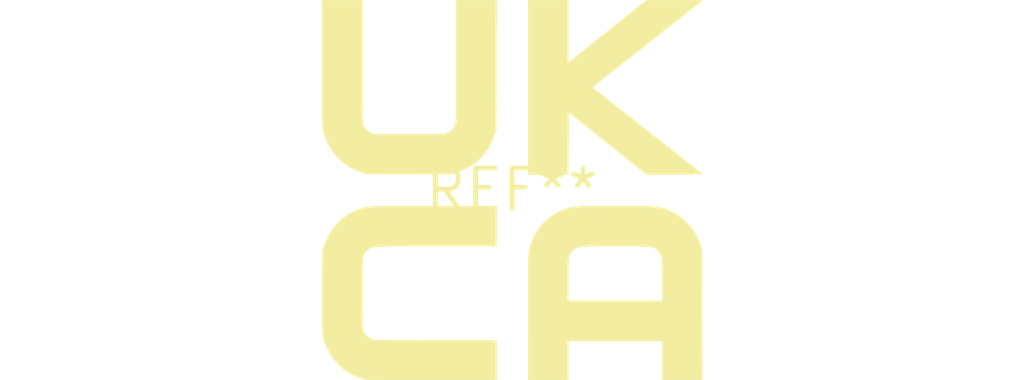
<source format=kicad_pcb>
(kicad_pcb (version 20240108) (generator pcbnew)
  (layers (0 "F.Cu" signal) (31 "B.Cu" signal) (34 "B.Paste" user) (35 "F.Paste" user) (36 "B.SilkS" user "B.Silkscreen") (37 "F.SilkS" user "F.Silkscreen") (38 "B.Mask" user) (39 "F.Mask" user) (44 "Edge.Cuts" user))
  (net 0 "")
  (footprint "UKCA-Logo_12x12mm_SilkScreen" (layer "F.Cu") (at 0 0)
    (property "Reference" "REF**")
    (property "Value" "UKCA-Logo_12x12mm_SilkScreen")
    (fp_poly (pts (xy 1.778 -4.021407) (xy 3.008226 -5.005787) (xy 4.238452 -5.990166) (xy 5.126142 -5.990166) (xy 5.314916 -5.989801) (xy 5.489527 -5.988757) (xy 5.645663 -5.987112) (xy 5.779012 -5.984945) (xy 5.885264 -5.982333) (xy 5.960107 -5.979355) (xy 5.999228 -5.976089) (xy 6.003998 -5.974255) (xy 5.986333 -5.959269) (xy 5.937555 -5.919913) (xy 5.859871 -5.857932) (xy 5.755491 -5.775068) (xy 5.626621 -5.673064) (xy 5.47547 -5.553663) (xy 5.304245 -5.418608) (xy 5.115155 -5.269643) (xy 4.910408 -5.108509) (xy 4.692211 -4.93695) (xy 4.462772 -4.75671) (xy 4.267865 -4.603714) (xy 4.03109 -4.417813) (xy 3.803922 -4.239251) (xy 3.588551 -4.069763) (xy 3.387168 -3.911081) (xy 3.201965 -3.764939) (xy 3.035132 -3.63307) (xy 2.888859 -3.517206) (xy 2.765339 -3.419081) (xy 2.666762 -3.340429) (xy 2.595319 -3.282982) (xy 2.553201 -3.248474) (xy 2.542082 -3.2385) (xy 2.558457 -3.224263) (xy 2.60597 -3.185677) (xy 2.68242 -3.124479) (xy 2.785604 -3.042408) (xy 2.913322 -2.941202) (xy 3.063373 -2.8226) (xy 3.233556 -2.688341) (xy 3.421668 -2.540164) (xy 3.625508 -2.379805) (xy 3.842876 -2.209006) (xy 4.07157 -2.029502) (xy 4.257334 -1.883833) (xy 4.493892 -1.698322) (xy 4.721216 -1.519885) (xy 4.937067 -1.350288) (xy 5.139207 -1.191297) (xy 5.325397 -1.044678) (xy 5.493399 -0.912199) (xy 5.640974 -0.795624) (xy 5.765885 -0.69672) (xy 5.865893 -0.617253) (xy 5.938758 -0.55899) (xy 5.982244 -0.523696) (xy 5.994292 -0.513291) (xy 5.992227 -0.506611) (xy 5.97171 -0.501089) (xy 5.929633 -0.49663) (xy 5.862888 -0.493138) (xy 5.768364 -0.490519) (xy 5.642955 -0.488678) (xy 5.483551 -0.487519) (xy 5.287044 -0.486946) (xy 5.130217 -0.486844) (xy 4.243917 -0.486855) (xy 3.01625 -1.468974) (xy 1.788584 -2.451092) (xy 1.783083 -1.468963) (xy 1.777582 -0.486833) (xy 0.508 -0.486833) (xy 0.508 -5.990166) (xy 1.778 -5.990166) (xy 1.778 -4.021407)) (layer "F.SilkS") (stroke (width 0.01)) (fill solid))
    (fp_poly (pts (xy -4.720166 -4.052573) (xy -4.720153 -3.722453) (xy -4.720073 -3.431997) (xy -4.719869 -3.178534) (xy -4.719483 -2.959395) (xy -4.718856 -2.771911) (xy -4.71793 -2.61341) (xy -4.716647 -2.481225) (xy -4.714949 -2.372684) (xy -4.712777 -2.285118) (xy -4.710073 -2.215857) (xy -4.70678 -2.162232) (xy -4.702839 -2.121572) (xy -4.698191 -2.091208) (xy -4.692779 -2.06847) (xy -4.686544 -2.050689) (xy -4.679428 -2.035193) (xy -4.676039 -2.028483) (xy -4.594957 -1.91071) (xy -4.485855 -1.823565) (xy -4.434416 -1.796763) (xy -4.41338 -1.788114) (xy -4.388562 -1.780841) (xy -4.356334 -1.774826) (xy -4.313065 -1.769951) (xy -4.255123 -1.766097) (xy -4.17888 -1.763146) (xy -4.080705 -1.76098) (xy -3.956968 -1.759479) (xy -3.804038 -1.758527) (xy -3.618285 -1.758003) (xy -3.396078 -1.75779) (xy -3.2385 -1.757763) (xy -2.982661 -1.757759) (xy -2.765557 -1.758015) (xy -2.583589 -1.758931) (xy -2.433157 -1.760907) (xy -2.310663 -1.764343) (xy -2.212509 -1.769639) (xy -2.135095 -1.777197) (xy -2.074822 -1.787415) (xy -2.028093 -1.800694) (xy -1.991307 -1.817434) (xy -1.960867 -1.838037) (xy -1.933173 -1.8629) (xy -1.904628 -1.892426) (xy -1.890198 -1.907707) (xy -1.8679 -1.930581) (xy -1.848231 -1.951088) (xy -1.831025 -1.971881) (xy -1.816119 -1.995619) (xy -1.803347 -2.024955) (xy -1.792546 -2.062547) (xy -1.783551 -2.111049) (xy -1.776199 -2.173119) (xy -1.770324 -2.251411) (xy -1.765762 -2.348581) (xy -1.762349 -2.467287) (xy -1.759921 -2.610182) (xy -1.758314 -2.779924) (xy -1.757362 -2.979168) (xy -1.756903 -3.210569) (xy -1.75677 -3.476785) (xy -1.756801 -3.78047) (xy -1.756833 -4.06332) (xy -1.756833 -5.990166) (xy -0.485623 -5.990166) (xy -0.49152 -3.942291) (xy -0.497416 -1.894416) (xy -0.56729 -1.693333) (xy -0.678593 -1.432256) (xy -0.82084 -1.200028) (xy -0.993576 -0.997103) (xy -1.196348 -0.823935) (xy -1.4287 -0.680979) (xy -1.690178 -0.568688) (xy -1.693775 -0.56743) (xy -1.894416 -0.497416) (xy -3.185583 -0.493347) (xy -3.464622 -0.492639) (xy -3.704517 -0.492439) (xy -3.908456 -0.492807) (xy -4.079627 -0.4938) (xy -4.221216 -0.495474) (xy -4.336411 -0.497888) (xy -4.4284 -0.501099) (xy -4.500371 -0.505165) (xy -4.555509 -0.510142) (xy -4.597004 -0.516089) (xy -4.611967 -0.519073) (xy -4.870608 -0.596953) (xy -5.110441 -0.710869) (xy -5.328308 -0.857733) (xy -5.52105 -1.034456) (xy -5.68551 -1.237949) (xy -5.818531 -1.465122) (xy -5.916953 -1.712887) (xy -5.948127 -1.826135) (xy -5.95516 -1.856853) (xy -5.961358 -1.888526) (xy -5.966772 -1.923901) (xy -5.971456 -1.965722) (xy -5.975463 -2.016736) (xy -5.978845 -2.079688) (xy -5.981657 -2.157322) (xy -5.983951 -2.252385) (xy -5.98578 -2.367622) (xy -5.987197 -2.505777) (xy -5.988255 -2.669597) (xy -5.989007 -2.861827) (xy -5.989506 -3.085212) (xy -5.989805 -3.342498) (xy -5.989958 -3.636429) (xy -5.990016 -3.969752) (xy -5.990018 -3.995208) (xy -5.990166 -5.990166) (xy -4.720166 -5.990166) (xy -4.720166 -4.052573)) (layer "F.SilkS") (stroke (width 0.01)) (fill solid))
    (fp_poly (pts (xy 3.553878 0.508274) (xy 3.79455 0.508834) (xy 4.000441 0.510212) (xy 4.175328 0.512793) (xy 4.322985 0.51696) (xy 4.447191 0.523097) (xy 4.55172 0.531588) (xy 4.64035 0.542817) (xy 4.716856 0.557168) (xy 4.785014 0.575025) (xy 4.848601 0.596772) (xy 4.911393 0.622792) (xy 4.977166 0.65347) (xy 5.04825 0.68847) (xy 5.281918 0.82765) (xy 5.488216 0.998658) (xy 5.665838 1.199963) (xy 5.813479 1.430034) (xy 5.929831 1.687339) (xy 5.950695 1.74625) (xy 6.00075 1.894417) (xy 6.006644 3.952875) (xy 6.012538 6.011334) (xy 4.741334 6.011334) (xy 4.741334 4.7625) (xy 1.778 4.7625) (xy 1.778 6.011334) (xy 0.508 6.011334) (xy 0.508148 4.016375) (xy 0.508202 3.680126) (xy 0.508346 3.383464) (xy 0.508633 3.123646) (xy 0.509116 2.897924) (xy 0.509432 2.813929) (xy 1.778 2.813929) (xy 1.778 3.4925) (xy 4.741334 3.4925) (xy 4.741334 2.82507) (xy 4.74111 2.625737) (xy 4.739953 2.463854) (xy 4.737138 2.334536) (xy 4.731937 2.232901) (xy 4.723624 2.154064) (xy 4.711471 2.093144) (xy 4.694753 2.045255) (xy 4.672742 2.005515) (xy 4.644712 1.969041) (xy 4.609935 1.930948) (xy 4.607969 1.928874) (xy 4.57782 1.897066) (xy 4.550181 1.870104) (xy 4.521453 1.847588) (xy 4.488038 1.829119) (xy 4.446336 1.814295) (xy 4.39275 1.802716) (xy 4.323679 1.793983) (xy 4.235526 1.787695) (xy 4.124692 1.783451) (xy 3.987577 1.780852) (xy 3.820584 1.779498) (xy 3.620113 1.778988) (xy 3.382565 1.778921) (xy 3.259667 1.77893) (xy 3.003828 1.778926) (xy 2.786724 1.779182) (xy 2.604756 1.780098) (xy 2.454324 1.782074) (xy 2.33183 1.78551) (xy 2.233676 1.790806) (xy 2.156262 1.798364) (xy 2.095989 1.808582) (xy 2.04926 1.821861) (xy 2.012474 1.838601) (xy 1.982034 1.859204) (xy 1.95434 1.884067) (xy 1.925795 1.913593) (xy 1.911365 1.928874) (xy 1.876225 1.96718) (xy 1.847869 2.003619) (xy 1.825568 2.043074) (xy 1.808598 2.090429) (xy 1.79623 2.150568) (xy 1.787739 2.228373) (xy 1.782397 2.328728) (xy 1.779477 2.456517) (xy 1.778254 2.616623) (xy 1.778 2.813929) (xy 0.509432 2.813929) (xy 0.509848 2.703554) (xy 0.510883 2.537791) (xy 0.512272 2.397888) (xy 0.51407 2.281102) (xy 0.516329 2.184685) (xy 0.519102 2.105894) (xy 0.522442 2.041982) (xy 0.526402 1.990205) (xy 0.531036 1.947816) (xy 0.536396 1.912071) (xy 0.542535 1.880224) (xy 0.549507 1.849529) (xy 0.55004 1.847302) (xy 0.63207 1.592449) (xy 0.749727 1.356578) (xy 0.899719 1.142899) (xy 1.078754 0.954623) (xy 1.283537 0.794961) (xy 1.510776 0.667121) (xy 1.757178 0.574315) (xy 1.889565 0.541424) (xy 1.930301 0.53414) (xy 1.978703 0.527963) (xy 2.038321 0.52281) (xy 2.11271 0.518594) (xy 2.205421 0.51523) (xy 2.320007 0.512633) (xy 2.460021 0.510718) (xy 2.629015 0.509399) (xy 2.830541 0.50859) (xy 3.068153 0.508207) (xy 3.274649 0.508148) (xy 3.553878 0.508274)) (layer "F.SilkS") (stroke (width 0.01)) (fill solid))
    (fp_poly (pts (xy -0.486833 1.778) (xy -2.41368 1.778) (xy -2.750531 1.777959) (xy -3.047706 1.777944) (xy -3.307858 1.77812) (xy -3.533646 1.778651) (xy -3.727724 1.779702) (xy -3.892748 1.781436) (xy -4.031374 1.784019) (xy -4.146258 1.787614) (xy -4.240056 1.792386) (xy -4.315423 1.798499) (xy -4.375016 1.806117) (xy -4.421491 1.815405) (xy -4.457503 1.826527) (xy -4.485708 1.839648) (xy -4.508762 1.854931) (xy -4.529321 1.872541) (xy -4.550041 1.892642) (xy -4.569293 1.911365) (xy -4.601101 1.941514) (xy -4.628063 1.969153) (xy -4.650578 1.997881) (xy -4.669048 2.031296) (xy -4.683872 2.072998) (xy -4.695451 2.126584) (xy -4.704184 2.195655) (xy -4.710472 2.283808) (xy -4.714716 2.394642) (xy -4.717314 2.531756) (xy -4.718669 2.69875) (xy -4.719179 2.899221) (xy -4.719245 3.136769) (xy -4.719237 3.259667) (xy -4.71917 3.505794) (xy -4.718887 3.713243) (xy -4.718264 3.885667) (xy -4.717175 4.026721) (xy -4.715497 4.14006) (xy -4.713106 4.229337) (xy -4.709876 4.298208) (xy -4.705685 4.350326) (xy -4.700406 4.389346) (xy -4.693917 4.418922) (xy -4.686092 4.442709) (xy -4.678364 4.460963) (xy -4.602704 4.578303) (xy -4.492925 4.671258) (xy -4.440551 4.701177) (xy -4.425815 4.708028) (xy -4.408316 4.714054) (xy -4.385396 4.719307) (xy -4.354399 4.723839) (xy -4.312665 4.727704) (xy -4.257537 4.730956) (xy -4.186357 4.733646) (xy -4.096468 4.735827) (xy -3.985211 4.737553) (xy -3.849929 4.738877) (xy -3.687963 4.739852) (xy -3.496655 4.740529) (xy -3.273349 4.740963) (xy -3.015386 4.741207) (xy -2.720108 4.741312) (xy -2.424426 4.741334) (xy -0.486833 4.741334) (xy -0.486833 6.011334) (xy -2.492375 6.009014) (xy -2.782225 6.008489) (xy -3.061471 6.007613) (xy -3.327018 6.006417) (xy -3.575771 6.004932) (xy -3.804635 6.003188) (xy -4.010513 6.001215) (xy -4.190312 5.999045) (xy -4.340936 5.996707) (xy -4.459289 5.994232) (xy -4.542276 5.991652) (xy -4.586802 5.988995) (xy -4.591575 5.98832) (xy -4.842992 5.917853) (xy -5.080439 5.809513) (xy -5.299561 5.666656) (xy -5.496007 5.492635) (xy -5.665422 5.290804) (xy -5.803454 5.064517) (xy -5.811629 5.04825) (xy -5.846596 4.977451) (xy -5.876734 4.913851) (xy -5.902388 4.853815) (xy -5.923899 4.793713) (xy -5.941611 4.72991) (xy -5.955868 4.658775) (xy -5.967011 4.576675) (xy -5.975384 4.479976) (xy -5.981331 4.365047) (xy -5.985193 4.228255) (xy -5.987314 4.065967) (xy -5.988038 3.87455) (xy -5.987706 3.650372) (xy -5.986663 3.3898) (xy -5.985787 3.20381) (xy -5.979583 1.894417) (xy -5.919748 1.725084) (xy -5.806772 1.463066) (xy -5.6636 1.228513) (xy -5.492193 1.023247) (xy -5.294517 0.849094) (xy -5.072534 0.707879) (xy -4.828207 0.601426) (xy -4.656666 0.551335) (xy -4.625249 0.54409) (xy -4.593489 0.537706) (xy -4.558635 0.532129) (xy -4.517935 0.527303) (xy -4.468634 0.523175) (xy -4.407982 0.51969) (xy -4.333225 0.516792) (xy -4.241611 0.514428) (xy -4.130387 0.512543) (xy -3.996801 0.511081) (xy -3.8381 0.509989) (xy -3.651532 0.509212) (xy -3.434343 0.508695) (xy -3.183783 0.508383) (xy -2.897097 0.508221) (xy -2.571534 0.508156) (xy -2.481791 0.508148) (xy -0.486833 0.508) (xy -0.486833 1.778)) (layer "F.SilkS") (stroke (width 0.01)) (fill solid))
  )
)
</source>
